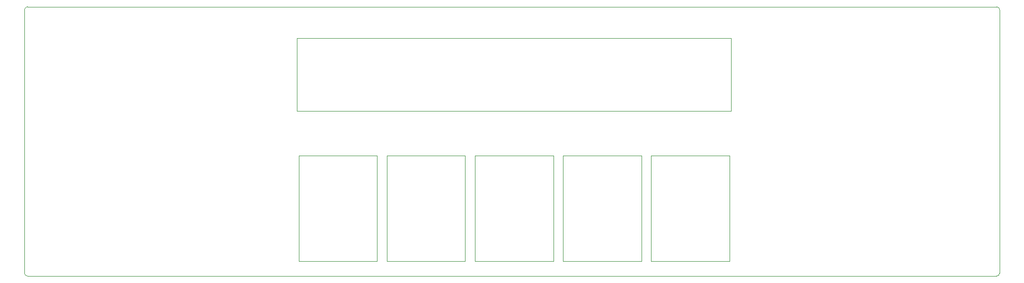
<source format=gbr>
%TF.GenerationSoftware,KiCad,Pcbnew,(5.1.7)-1*%
%TF.CreationDate,2021-04-10T14:02:21+01:00*%
%TF.ProjectId,vintagestereo,76696e74-6167-4657-9374-6572656f2e6b,rev?*%
%TF.SameCoordinates,Original*%
%TF.FileFunction,Profile,NP*%
%FSLAX46Y46*%
G04 Gerber Fmt 4.6, Leading zero omitted, Abs format (unit mm)*
G04 Created by KiCad (PCBNEW (5.1.7)-1) date 2021-04-10 14:02:21*
%MOMM*%
%LPD*%
G01*
G04 APERTURE LIST*
%TA.AperFunction,Profile*%
%ADD10C,0.050000*%
%TD*%
%TA.AperFunction,Profile*%
%ADD11C,0.120000*%
%TD*%
G04 APERTURE END LIST*
D10*
X45910000Y-5340000D02*
X119790000Y-5340000D01*
X119790000Y-17820000D02*
X119790000Y-5340000D01*
X45910000Y-17820000D02*
X119790000Y-17820000D01*
X45910000Y-17820000D02*
X45910000Y-5340000D01*
X0Y-46010000D02*
X165000000Y-46000000D01*
X0Y-46010000D02*
G75*
G02*
X-500000Y-45510000I0J500000D01*
G01*
X165500000Y-45500000D02*
G75*
G02*
X165000000Y-46000000I-500000J0D01*
G01*
X165500000Y-45500000D02*
X165500000Y-500000D01*
X-500000Y-45510000D02*
X-500000Y-500000D01*
X165000000Y0D02*
G75*
G02*
X165500000Y-500000I0J-500000D01*
G01*
X-500000Y-500000D02*
G75*
G02*
X0Y0I500000J0D01*
G01*
X0Y0D02*
X165000000Y0D01*
D11*
%TO.C,100s1*%
X106170500Y-43420000D02*
X119520500Y-43420000D01*
X119520500Y-25410000D02*
X119520500Y-43420000D01*
X106170500Y-25410000D02*
X106170500Y-43420000D01*
X106170500Y-25410000D02*
X119520500Y-25410000D01*
X91170500Y-25410000D02*
X104520500Y-25410000D01*
X91170500Y-25410000D02*
X91170500Y-43420000D01*
X104520500Y-25410000D02*
X104520500Y-43420000D01*
X91170500Y-43420000D02*
X104520500Y-43420000D01*
X76170500Y-25410000D02*
X89520500Y-25410000D01*
X76170500Y-25410000D02*
X76170500Y-43420000D01*
X89520500Y-25410000D02*
X89520500Y-43420000D01*
X76170500Y-43420000D02*
X89520500Y-43420000D01*
X61170500Y-43420000D02*
X74520500Y-43420000D01*
X74520500Y-25410000D02*
X74520500Y-43420000D01*
X61170500Y-25410000D02*
X61170500Y-43420000D01*
X61170500Y-25410000D02*
X74520500Y-25410000D01*
%TO.C,RADIO*%
X46170500Y-25410000D02*
X59520500Y-25410000D01*
X46170500Y-25410000D02*
X46170500Y-43420000D01*
X59520500Y-25410000D02*
X59520500Y-43420000D01*
X46170500Y-43420000D02*
X59520500Y-43420000D01*
%TD*%
M02*

</source>
